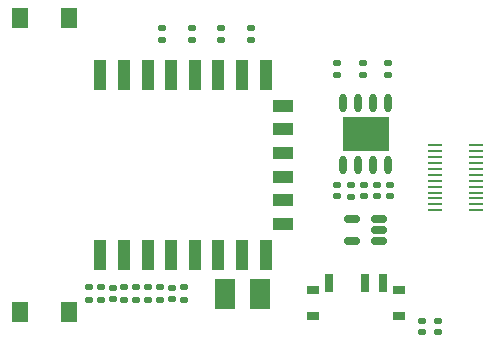
<source format=gbr>
%TF.GenerationSoftware,KiCad,Pcbnew,(6.0.0)*%
%TF.CreationDate,2022-02-04T16:42:34+08:00*%
%TF.ProjectId,screen,73637265-656e-42e6-9b69-6361645f7063,rev?*%
%TF.SameCoordinates,Original*%
%TF.FileFunction,Paste,Top*%
%TF.FilePolarity,Positive*%
%FSLAX46Y46*%
G04 Gerber Fmt 4.6, Leading zero omitted, Abs format (unit mm)*
G04 Created by KiCad (PCBNEW (6.0.0)) date 2022-02-04 16:42:34*
%MOMM*%
%LPD*%
G01*
G04 APERTURE LIST*
G04 Aperture macros list*
%AMRoundRect*
0 Rectangle with rounded corners*
0 $1 Rounding radius*
0 $2 $3 $4 $5 $6 $7 $8 $9 X,Y pos of 4 corners*
0 Add a 4 corners polygon primitive as box body*
4,1,4,$2,$3,$4,$5,$6,$7,$8,$9,$2,$3,0*
0 Add four circle primitives for the rounded corners*
1,1,$1+$1,$2,$3*
1,1,$1+$1,$4,$5*
1,1,$1+$1,$6,$7*
1,1,$1+$1,$8,$9*
0 Add four rect primitives between the rounded corners*
20,1,$1+$1,$2,$3,$4,$5,0*
20,1,$1+$1,$4,$5,$6,$7,0*
20,1,$1+$1,$6,$7,$8,$9,0*
20,1,$1+$1,$8,$9,$2,$3,0*%
G04 Aperture macros list end*
%ADD10RoundRect,0.140000X0.170000X-0.140000X0.170000X0.140000X-0.170000X0.140000X-0.170000X-0.140000X0*%
%ADD11RoundRect,0.135000X0.185000X-0.135000X0.185000X0.135000X-0.185000X0.135000X-0.185000X-0.135000X0*%
%ADD12R,4.000000X2.900000*%
%ADD13O,0.600000X1.600000*%
%ADD14RoundRect,0.135000X-0.185000X0.135000X-0.185000X-0.135000X0.185000X-0.135000X0.185000X0.135000X0*%
%ADD15R,1.150000X0.270000*%
%ADD16RoundRect,0.147500X0.172500X-0.147500X0.172500X0.147500X-0.172500X0.147500X-0.172500X-0.147500X0*%
%ADD17R,1.800000X2.600000*%
%ADD18R,1.000000X0.800000*%
%ADD19R,0.700000X1.500000*%
%ADD20R,1.350000X1.800000*%
%ADD21R,1.000000X2.500000*%
%ADD22R,1.800000X1.000000*%
%ADD23RoundRect,0.150000X0.512500X0.150000X-0.512500X0.150000X-0.512500X-0.150000X0.512500X-0.150000X0*%
%ADD24RoundRect,0.147500X-0.172500X0.147500X-0.172500X-0.147500X0.172500X-0.147500X0.172500X0.147500X0*%
G04 APERTURE END LIST*
D10*
%TO.C,C7*%
X141080000Y-102380000D03*
X141080000Y-101420000D03*
%TD*%
D11*
%TO.C,R14*%
X139855000Y-92090000D03*
X139855000Y-91070000D03*
%TD*%
D12*
%TO.C,U2*%
X140100000Y-97100000D03*
D13*
X138195000Y-99700000D03*
X139465000Y-99700000D03*
X140735000Y-99700000D03*
X142005000Y-99700000D03*
X142005000Y-94500000D03*
X140735000Y-94500000D03*
X139465000Y-94500000D03*
X138195000Y-94500000D03*
%TD*%
D14*
%TO.C,R7*%
X117675000Y-110090000D03*
X117675000Y-111110000D03*
%TD*%
D15*
%TO.C,J1*%
X149445000Y-98050000D03*
X149445000Y-98550000D03*
X149445000Y-99050000D03*
X149445000Y-99550000D03*
X149445000Y-100050000D03*
X149445000Y-100550000D03*
X149445000Y-101050000D03*
X149445000Y-101550000D03*
X149445000Y-102050000D03*
X149445000Y-102550000D03*
X149445000Y-103050000D03*
X149445000Y-103550000D03*
X145945000Y-103550000D03*
X145945000Y-103050000D03*
X145945000Y-102550000D03*
X145945000Y-102050000D03*
X145945000Y-101550000D03*
X145945000Y-101050000D03*
X145945000Y-100550000D03*
X145945000Y-100050000D03*
X145945000Y-99550000D03*
X145945000Y-99050000D03*
X145945000Y-98550000D03*
X145945000Y-98050000D03*
%TD*%
D16*
%TO.C,D2*%
X146250000Y-113885000D03*
X146250000Y-112915000D03*
%TD*%
D10*
%TO.C,C6*%
X142000000Y-92060000D03*
X142000000Y-91100000D03*
%TD*%
%TO.C,C2*%
X137700000Y-102380000D03*
X137700000Y-101420000D03*
%TD*%
D16*
%TO.C,D3*%
X144875000Y-113885000D03*
X144875000Y-112915000D03*
%TD*%
D10*
%TO.C,C5*%
X142200000Y-102380000D03*
X142200000Y-101420000D03*
%TD*%
D11*
%TO.C,R4*%
X122900000Y-89110000D03*
X122900000Y-88090000D03*
%TD*%
%TO.C,R9*%
X137700000Y-92090000D03*
X137700000Y-91070000D03*
%TD*%
%TO.C,R10*%
X122730000Y-111110000D03*
X122730000Y-110090000D03*
%TD*%
%TO.C,R2*%
X125400000Y-89110000D03*
X125400000Y-88090000D03*
%TD*%
D17*
%TO.C,C3*%
X131200000Y-110600000D03*
X128200000Y-110600000D03*
%TD*%
D11*
%TO.C,R5*%
X138830000Y-102410000D03*
X138830000Y-101390000D03*
%TD*%
D18*
%TO.C,SW3*%
X142950000Y-112530000D03*
X142950000Y-110320000D03*
X135650000Y-112530000D03*
X135650000Y-110320000D03*
D19*
X137050000Y-109670000D03*
X140050000Y-109670000D03*
X141550000Y-109670000D03*
%TD*%
D14*
%TO.C,R12*%
X121715000Y-110090000D03*
X121715000Y-111110000D03*
%TD*%
D20*
%TO.C,SW1*%
X114975000Y-87300000D03*
X110825000Y-87300000D03*
%TD*%
D21*
%TO.C,U1*%
X117650000Y-107300000D03*
X119650000Y-107300000D03*
X121650000Y-107300000D03*
X123650000Y-107300000D03*
X125650000Y-107300000D03*
X127650000Y-107300000D03*
X129650000Y-107300000D03*
X131650000Y-107300000D03*
D22*
X133150000Y-104700000D03*
X133150000Y-102700000D03*
X133150000Y-100700000D03*
X133150000Y-98700000D03*
X133150000Y-96700000D03*
X133150000Y-94700000D03*
D21*
X131650000Y-92100000D03*
X129650000Y-92100000D03*
X127650000Y-92100000D03*
X125650000Y-92100000D03*
X123650000Y-92100000D03*
X121650000Y-92100000D03*
X119650000Y-92100000D03*
X117650000Y-92100000D03*
%TD*%
D11*
%TO.C,R3*%
X127900000Y-89110000D03*
X127900000Y-88090000D03*
%TD*%
D14*
%TO.C,R13*%
X120700000Y-110090000D03*
X120700000Y-111110000D03*
%TD*%
D20*
%TO.C,SW2*%
X114975000Y-112200000D03*
X110825000Y-112200000D03*
%TD*%
D11*
%TO.C,R1*%
X130400000Y-89110000D03*
X130400000Y-88090000D03*
%TD*%
D23*
%TO.C,U3*%
X141237500Y-106150000D03*
X141237500Y-105200000D03*
X141237500Y-104250000D03*
X138962500Y-104250000D03*
X138962500Y-106150000D03*
%TD*%
D10*
%TO.C,C4*%
X139960000Y-102380000D03*
X139960000Y-101420000D03*
%TD*%
D14*
%TO.C,R6*%
X124760000Y-110090000D03*
X124760000Y-111110000D03*
%TD*%
D24*
%TO.C,D1*%
X123745000Y-110115000D03*
X123745000Y-111085000D03*
%TD*%
D10*
%TO.C,C1*%
X118680000Y-111100000D03*
X118680000Y-110140000D03*
%TD*%
D11*
%TO.C,R8*%
X119685000Y-111110000D03*
X119685000Y-110090000D03*
%TD*%
D14*
%TO.C,R11*%
X116660000Y-110090000D03*
X116660000Y-111110000D03*
%TD*%
M02*

</source>
